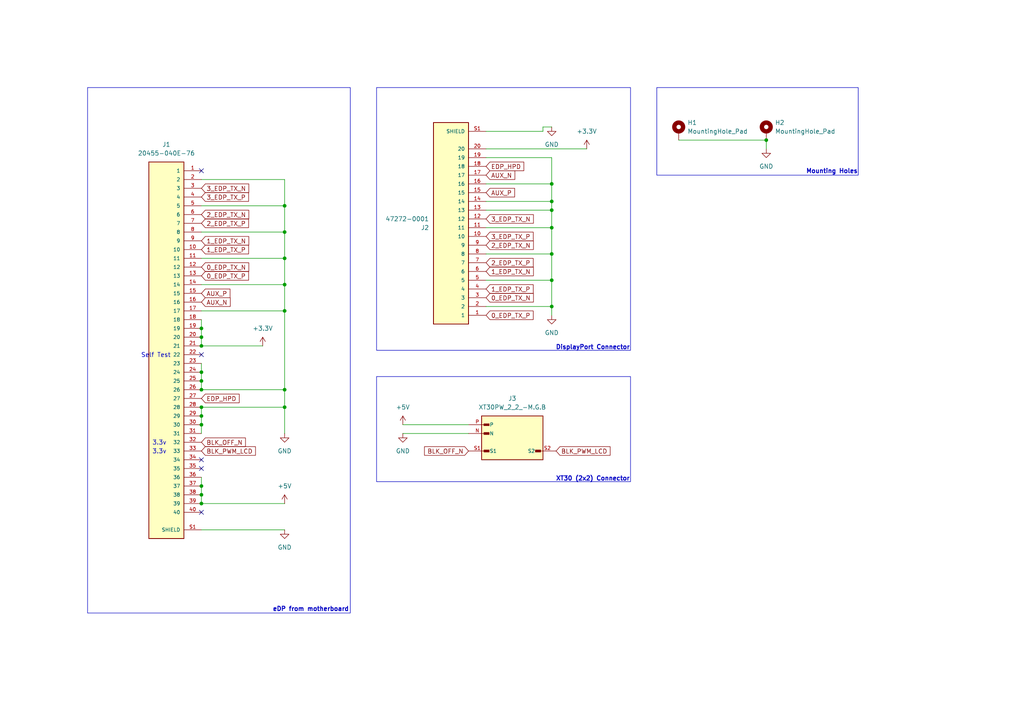
<source format=kicad_sch>
(kicad_sch (version 20250114) (generator "eeschema") (generator_version "9.0")
  (paper "A4")
  (title_block (title "Source: eDP to DP"))
  (lib_symbols
    (symbol "20455-040E-76:20455-040E-76" (pin_names (offset 1.016))
      (property "Reference" "J" (at -5.08 54.102 0))
      (property "Value" "20455-040E-76" (at -5.08 -58.42 0))
      (symbol "20455-040E-76_0_0"
        (rectangle (start -5.08 -55.88) (end 5.08 53.34) (stroke (width 0.254)) (fill (type background)))
        (pin passive line (at -10.16 50.8 0) (length 5.08) (name "1") (number "1"))
        (pin passive line (at -10.16 48.26 0) (length 5.08) (name "2") (number "2"))
        (pin passive line (at -10.16 45.72 0) (length 5.08) (name "3") (number "3"))
        (pin passive line (at -10.16 43.18 0) (length 5.08) (name "4") (number "4"))
        (pin passive line (at -10.16 40.64 0) (length 5.08) (name "5") (number "5"))
        (pin passive line (at -10.16 38.1 0) (length 5.08) (name "6") (number "6"))
        (pin passive line (at -10.16 35.56 0) (length 5.08) (name "7") (number "7"))
        (pin passive line (at -10.16 33.02 0) (length 5.08) (name "8") (number "8"))
        (pin passive line (at -10.16 30.48 0) (length 5.08) (name "9") (number "9"))
        (pin passive line (at -10.16 27.94 0) (length 5.08) (name "10") (number "10"))
        (pin passive line (at -10.16 25.4 0) (length 5.08) (name "11") (number "11"))
        (pin passive line (at -10.16 22.86 0) (length 5.08) (name "12") (number "12"))
        (pin passive line (at -10.16 20.32 0) (length 5.08) (name "13") (number "13"))
        (pin passive line (at -10.16 17.78 0) (length 5.08) (name "14") (number "14"))
        (pin passive line (at -10.16 15.24 0) (length 5.08) (name "15") (number "15"))
        (pin passive line (at -10.16 12.7 0) (length 5.08) (name "16") (number "16"))
        (pin passive line (at -10.16 10.16 0) (length 5.08) (name "17") (number "17"))
        (pin passive line (at -10.16 7.62 0) (length 5.08) (name "18") (number "18"))
        (pin passive line (at -10.16 5.08 0) (length 5.08) (name "19") (number "19"))
        (pin passive line (at -10.16 2.54 0) (length 5.08) (name "20") (number "20"))
        (pin passive line (at -10.16 0 0) (length 5.08) (name "21") (number "21"))
        (pin passive line (at -10.16 -2.54 0) (length 5.08) (name "22") (number "22"))
        (pin passive line (at -10.16 -5.08 0) (length 5.08) (name "23") (number "23"))
        (pin passive line (at -10.16 -7.62 0) (length 5.08) (name "24") (number "24"))
        (pin passive line (at -10.16 -10.16 0) (length 5.08) (name "25") (number "25"))
        (pin passive line (at -10.16 -12.7 0) (length 5.08) (name "26") (number "26"))
        (pin passive line (at -10.16 -15.24 0) (length 5.08) (name "27") (number "27"))
        (pin passive line (at -10.16 -17.78 0) (length 5.08) (name "28") (number "28"))
        (pin passive line (at -10.16 -20.32 0) (length 5.08) (name "29") (number "29"))
        (pin passive line (at -10.16 -22.86 0) (length 5.08) (name "30") (number "30"))
        (pin passive line (at -10.16 -25.4 0) (length 5.08) (name "31") (number "31"))
        (pin passive line (at -10.16 -27.94 0) (length 5.08) (name "32") (number "32"))
        (pin passive line (at -10.16 -30.48 0) (length 5.08) (name "33") (number "33"))
        (pin passive line (at -10.16 -33.02 0) (length 5.08) (name "34") (number "34"))
        (pin passive line (at -10.16 -35.56 0) (length 5.08) (name "35") (number "35"))
        (pin passive line (at -10.16 -38.1 0) (length 5.08) (name "36") (number "36"))
        (pin passive line (at -10.16 -40.64 0) (length 5.08) (name "37") (number "37"))
        (pin passive line (at -10.16 -43.18 0) (length 5.08) (name "38") (number "38"))
        (pin passive line (at -10.16 -45.72 0) (length 5.08) (name "39") (number "39"))
        (pin passive line (at -10.16 -48.26 0) (length 5.08) (name "40") (number "40"))
        (pin passive line (at -10.16 -53.34 0) (length 5.08) (name "SHIELD") (number "S1"))
        (pin passive line (at -10.16 -53.34 0) (length 5.08) (hide yes) (name "SHIELD") (number "S2"))
        (pin passive line (at -10.16 -53.34 0) (length 5.08) (hide yes) (name "SHIELD") (number "S3"))
        (pin passive line (at -10.16 -53.34 0) (length 5.08) (hide yes) (name "SHIELD") (number "S4"))
      )
    )
    (symbol "47272-0001:47272-0001" (pin_names (offset 1.016))
      (property "Reference" "J" (at -5.08 28.448 0))
      (property "Value" "47272-0001" (at -5.08 -33.02 0))
      (symbol "47272-0001_0_0"
        (rectangle (start -5.08 -30.48) (end 5.08 27.94) (stroke (width 0.254)) (fill (type background)))
        (pin passive line (at -10.16 25.4 0) (length 5.08) (name "1") (number "1"))
        (pin passive line (at -10.16 22.86 0) (length 5.08) (name "2") (number "2"))
        (pin passive line (at -10.16 20.32 0) (length 5.08) (name "3") (number "3"))
        (pin passive line (at -10.16 17.78 0) (length 5.08) (name "4") (number "4"))
        (pin passive line (at -10.16 15.24 0) (length 5.08) (name "5") (number "5"))
        (pin passive line (at -10.16 12.7 0) (length 5.08) (name "6") (number "6"))
        (pin passive line (at -10.16 10.16 0) (length 5.08) (name "7") (number "7"))
        (pin passive line (at -10.16 7.62 0) (length 5.08) (name "8") (number "8"))
        (pin passive line (at -10.16 5.08 0) (length 5.08) (name "9") (number "9"))
        (pin passive line (at -10.16 2.54 0) (length 5.08) (name "10") (number "10"))
        (pin passive line (at -10.16 0 0) (length 5.08) (name "11") (number "11"))
        (pin passive line (at -10.16 -2.54 0) (length 5.08) (name "12") (number "12"))
        (pin passive line (at -10.16 -5.08 0) (length 5.08) (name "13") (number "13"))
        (pin passive line (at -10.16 -7.62 0) (length 5.08) (name "14") (number "14"))
        (pin passive line (at -10.16 -10.16 0) (length 5.08) (name "15") (number "15"))
        (pin passive line (at -10.16 -12.7 0) (length 5.08) (name "16") (number "16"))
        (pin passive line (at -10.16 -15.24 0) (length 5.08) (name "17") (number "17"))
        (pin passive line (at -10.16 -17.78 0) (length 5.08) (name "18") (number "18"))
        (pin passive line (at -10.16 -20.32 0) (length 5.08) (name "19") (number "19"))
        (pin passive line (at -10.16 -22.86 0) (length 5.08) (name "20") (number "20"))
        (pin passive line (at -10.16 -27.94 0) (length 5.08) (name "SHIELD") (number "S1"))
        (pin passive line (at -10.16 -27.94 0) (length 5.08) (hide yes) (name "SHIELD") (number "S2"))
        (pin passive line (at -10.16 -27.94 0) (length 5.08) (hide yes) (name "SHIELD") (number "S3"))
        (pin passive line (at -10.16 -27.94 0) (length 5.08) (hide yes) (name "SHIELD") (number "S4"))
      )
    )
    (symbol "Mechanical:MountingHole_Pad" (pin_numbers (hide yes)) (pin_names (offset 1.016) (hide yes)) (in_bom no)
      (property "Reference" "H" (at 0 6.35 0))
      (property "Value" "MountingHole_Pad" (at 0 4.445 0))
      (symbol "MountingHole_Pad_0_1"
        (circle (center 0 1.27) (radius 1.27) (stroke (width 1.27)))
      )
      (symbol "MountingHole_Pad_1_1"
        (pin input line (at 0 -2.54 90) (length 2.54) (name "1") (number "1"))
      )
    )
    (symbol "XT30PW_2_2_-M.G.B:XT30PW_2_2_-M.G.B" (pin_names (offset 1.016))
      (property "Reference" "J" (at -8.89 5.842 0))
      (property "Value" "XT30PW_2_2_-M.G.B" (at -8.89 -10.16 0))
      (symbol "XT30PW_2_2_-M.G.B_0_0"
        (rectangle (start -8.89 -7.62) (end 8.89 5.08) (stroke (width 0.254)) (fill (type background)))
        (rectangle (start -8.255 2.2225) (end -6.6675 2.8575) (stroke (width 0.1)) (fill (type outline)))
        (rectangle (start -8.255 -0.3175) (end -6.6675 0.3175) (stroke (width 0.1)) (fill (type outline)))
        (rectangle (start -8.255 -5.3975) (end -6.6675 -4.7625) (stroke (width 0.1)) (fill (type outline)))
        (rectangle (start 6.6675 -5.3975) (end 8.255 -4.7625) (stroke (width 0.1)) (fill (type outline)))
        (pin power_in line (at -12.7 2.54 0) (length 5.08) (name "P") (number "P"))
        (pin power_in line (at -12.7 0 0) (length 5.08) (name "N") (number "N"))
        (pin passive line (at -12.7 -5.08 0) (length 5.08) (name "S1") (number "S1"))
        (pin passive line (at 12.7 -5.08 180) (length 5.08) (name "S2") (number "S2"))
      )
    )
    (symbol "power:+3.3V" (power) (pin_numbers (hide yes)) (pin_names (offset 0) (hide yes))
      (property "Value" "+3.3V" (at 0 3.556 0))
      (symbol "+3.3V_0_1"
        (polyline (pts (xy -0.762 1.27) (xy 0 2.54)))
        (polyline (pts (xy 0 2.54) (xy 0.762 1.27)))
        (polyline (pts (xy 0 0) (xy 0 2.54)))
      )
      (symbol "+3.3V_1_1"
        (pin power_in line (at 0 0 90) (length 0) (name "~") (number "1"))
      )
    )
    (symbol "power:+5V" (power) (pin_numbers (hide yes)) (pin_names (offset 0) (hide yes))
      (property "Value" "+5V" (at 0 3.556 0))
      (symbol "+5V_0_1"
        (polyline (pts (xy -0.762 1.27) (xy 0 2.54)))
        (polyline (pts (xy 0 2.54) (xy 0.762 1.27)))
        (polyline (pts (xy 0 0) (xy 0 2.54)))
      )
      (symbol "+5V_1_1"
        (pin power_in line (at 0 0 90) (length 0) (name "~") (number "1"))
      )
    )
    (symbol "power:GND" (power) (pin_numbers (hide yes)) (pin_names (offset 0) (hide yes))
      (property "Value" "GND" (at 0 -3.81 0))
      (symbol "GND_0_1"
        (polyline (pts (xy 0 0) (xy 0 -1.27) (xy 1.27 -1.27) (xy 0 -2.54) (xy -1.27 -1.27) (xy 0 -1.27)))
      )
      (symbol "GND_1_1"
        (pin power_in line (at 0 0 270) (length 0) (name "~") (number "1"))
      )
    )
  )
  (rectangle (start 109.22 109.22) (end 182.88 139.7))
  (rectangle (start 109.22 25.4) (end 182.88 101.6))
  (rectangle (start 190.5 25.4) (end 248.92 50.8))
  (rectangle (start 25.4 25.4) (end 101.6 177.8))
  (text "3.3v" (at 46.228 128.524 0) (effects (font (size 1.27 1.27))))
  (text "eDP from motherboard" (at 90.17 176.784 0) (effects (font (size 1.27 1.27) (thickness 0.254) (bold yes))))
  (text "DisplayPort Connector" (at 171.958 100.838 0) (effects (font (size 1.27 1.27) (thickness 0.254) (bold yes))))
  (text "3.3v" (at 46.228 131.064 0) (effects (font (size 1.27 1.27))))
  (text "Mounting Holes" (at 241.3 49.784 0) (effects (font (size 1.27 1.27) (thickness 0.254) (bold yes))))
  (text "XT30 (2x2) Connector" (at 171.958 138.938 0) (effects (font (size 1.27 1.27) (thickness 0.254) (bold yes))))
  (text "Self Test" (at 45.212 103.124 0) (effects (font (size 1.27 1.27))))
  (junction (at 222.25 40.64))
  (junction (at 58.42 100.33))
  (junction (at 58.42 140.97))
  (junction (at 58.42 110.49))
  (junction (at 82.55 74.93))
  (junction (at 160.02 53.34))
  (junction (at 82.55 82.55))
  (junction (at 160.02 88.9))
  (junction (at 58.42 97.79))
  (junction (at 58.42 95.25))
  (junction (at 160.02 66.04))
  (junction (at 160.02 81.28))
  (junction (at 82.55 118.11))
  (junction (at 160.02 73.66))
  (junction (at 58.42 113.03))
  (junction (at 82.55 113.03))
  (junction (at 58.42 118.11))
  (junction (at 58.42 123.19))
  (junction (at 160.02 58.42))
  (junction (at 58.42 120.65))
  (junction (at 58.42 143.51))
  (junction (at 82.55 90.17))
  (junction (at 58.42 146.05))
  (junction (at 160.02 60.96))
  (junction (at 58.42 107.95))
  (junction (at 82.55 59.69))
  (junction (at 82.55 67.31))
  (no_connect (at 58.42 133.35))
  (no_connect (at 58.42 148.59))
  (no_connect (at 58.42 49.53))
  (no_connect (at 58.42 102.87))
  (no_connect (at 58.42 135.89))
  (wire (pts (xy 58.42 92.71) (xy 58.42 95.25)))
  (wire (pts (xy 157.48 36.83) (xy 157.48 38.1)))
  (wire (pts (xy 82.55 74.93) (xy 58.42 74.93)))
  (wire (pts (xy 58.42 100.33) (xy 76.2 100.33)))
  (wire (pts (xy 160.02 66.04) (xy 160.02 73.66)))
  (wire (pts (xy 82.55 59.69) (xy 82.55 67.31)))
  (wire (pts (xy 82.55 74.93) (xy 82.55 82.55)))
  (wire (pts (xy 58.42 140.97) (xy 58.42 143.51)))
  (wire (pts (xy 82.55 90.17) (xy 82.55 113.03)))
  (wire (pts (xy 140.97 53.34) (xy 160.02 53.34)))
  (wire (pts (xy 82.55 82.55) (xy 58.42 82.55)))
  (wire (pts (xy 157.48 38.1) (xy 140.97 38.1)))
  (wire (pts (xy 160.02 45.72) (xy 160.02 53.34)))
  (wire (pts (xy 116.84 125.73) (xy 135.89 125.73)))
  (wire (pts (xy 160.02 88.9) (xy 160.02 91.44)))
  (wire (pts (xy 140.97 60.96) (xy 160.02 60.96)))
  (wire (pts (xy 116.84 123.19) (xy 135.89 123.19)))
  (wire (pts (xy 82.55 67.31) (xy 82.55 74.93)))
  (wire (pts (xy 82.55 153.67) (xy 58.42 153.67)))
  (wire (pts (xy 160.02 73.66) (xy 160.02 81.28)))
  (wire (pts (xy 58.42 123.19) (xy 58.42 125.73)))
  (wire (pts (xy 82.55 113.03) (xy 58.42 113.03)))
  (wire (pts (xy 140.97 58.42) (xy 160.02 58.42)))
  (wire (pts (xy 58.42 120.65) (xy 58.42 123.19)))
  (wire (pts (xy 82.55 52.07) (xy 58.42 52.07)))
  (wire (pts (xy 82.55 118.11) (xy 82.55 125.73)))
  (wire (pts (xy 82.55 113.03) (xy 82.55 118.11)))
  (wire (pts (xy 58.42 105.41) (xy 58.42 107.95)))
  (wire (pts (xy 140.97 88.9) (xy 160.02 88.9)))
  (wire (pts (xy 58.42 143.51) (xy 58.42 146.05)))
  (wire (pts (xy 140.97 45.72) (xy 160.02 45.72)))
  (wire (pts (xy 58.42 138.43) (xy 58.42 140.97)))
  (wire (pts (xy 82.55 82.55) (xy 82.55 90.17)))
  (wire (pts (xy 140.97 81.28) (xy 160.02 81.28)))
  (wire (pts (xy 160.02 81.28) (xy 160.02 88.9)))
  (wire (pts (xy 160.02 58.42) (xy 160.02 60.96)))
  (wire (pts (xy 58.42 110.49) (xy 58.42 113.03)))
  (wire (pts (xy 222.25 40.64) (xy 222.25 43.18)))
  (wire (pts (xy 196.85 40.64) (xy 222.25 40.64)))
  (wire (pts (xy 58.42 146.05) (xy 82.55 146.05)))
  (wire (pts (xy 82.55 90.17) (xy 58.42 90.17)))
  (wire (pts (xy 170.18 43.18) (xy 140.97 43.18)))
  (wire (pts (xy 160.02 60.96) (xy 160.02 66.04)))
  (wire (pts (xy 58.42 118.11) (xy 82.55 118.11)))
  (wire (pts (xy 82.55 59.69) (xy 58.42 59.69)))
  (wire (pts (xy 58.42 107.95) (xy 58.42 110.49)))
  (wire (pts (xy 58.42 118.11) (xy 58.42 120.65)))
  (wire (pts (xy 160.02 36.83) (xy 157.48 36.83)))
  (wire (pts (xy 140.97 66.04) (xy 160.02 66.04)))
  (wire (pts (xy 58.42 97.79) (xy 58.42 100.33)))
  (wire (pts (xy 160.02 53.34) (xy 160.02 58.42)))
  (wire (pts (xy 82.55 67.31) (xy 58.42 67.31)))
  (wire (pts (xy 58.42 95.25) (xy 58.42 97.79)))
  (wire (pts (xy 82.55 52.07) (xy 82.55 59.69)))
  (wire (pts (xy 140.97 73.66) (xy 160.02 73.66)))
  (global_label "BLK_PWM_LCD" (shape input) (at 161.29 130.81 0) (property "Intersheetrefs" "${INTERSHEET_REFS}" (effects (hide yes))))
  (global_label "3_EDP_TX_N" (shape input) (at 58.42 54.61 0) (property "Intersheetrefs" "${INTERSHEET_REFS}" (effects (hide yes))))
  (global_label "2_EDP_TX_N" (shape input) (at 58.42 62.23 0) (property "Intersheetrefs" "${INTERSHEET_REFS}" (effects (hide yes))))
  (global_label "3_EDP_TX_P" (shape input) (at 140.97 68.58 0) (property "Intersheetrefs" "${INTERSHEET_REFS}" (effects (hide yes))))
  (global_label "1_EDP_TX_N" (shape input) (at 58.42 69.85 0) (property "Intersheetrefs" "${INTERSHEET_REFS}" (effects (hide yes))))
  (global_label "EDP_HPD" (shape input) (at 58.42 115.57 0) (property "Intersheetrefs" "${INTERSHEET_REFS}" (effects (hide yes))))
  (global_label "0_EDP_TX_P" (shape input) (at 140.97 91.44 0) (property "Intersheetrefs" "${INTERSHEET_REFS}" (effects (hide yes))))
  (global_label "AUX_N" (shape input) (at 58.42 87.63 0) (property "Intersheetrefs" "${INTERSHEET_REFS}" (effects (hide yes))))
  (global_label "1_EDP_TX_P" (shape input) (at 140.97 83.82 0) (property "Intersheetrefs" "${INTERSHEET_REFS}" (effects (hide yes))))
  (global_label "EDP_HPD" (shape input) (at 140.97 48.26 0) (property "Intersheetrefs" "${INTERSHEET_REFS}" (effects (hide yes))))
  (global_label "BLK_OFF_N" (shape input) (at 135.89 130.81 180) (property "Intersheetrefs" "${INTERSHEET_REFS}" (effects (hide yes))))
  (global_label "0_EDP_TX_N" (shape input) (at 140.97 86.36 0) (property "Intersheetrefs" "${INTERSHEET_REFS}" (effects (hide yes))))
  (global_label "0_EDP_TX_N" (shape input) (at 58.42 77.47 0) (property "Intersheetrefs" "${INTERSHEET_REFS}" (effects (hide yes))))
  (global_label "AUX_P" (shape input) (at 58.42 85.09 0) (property "Intersheetrefs" "${INTERSHEET_REFS}" (effects (hide yes))))
  (global_label "2_EDP_TX_P" (shape input) (at 58.42 64.77 0) (property "Intersheetrefs" "${INTERSHEET_REFS}" (effects (hide yes))))
  (global_label "BLK_PWM_LCD" (shape input) (at 58.42 130.81 0) (property "Intersheetrefs" "${INTERSHEET_REFS}" (effects (hide yes))))
  (global_label "AUX_N" (shape input) (at 140.97 50.8 0) (property "Intersheetrefs" "${INTERSHEET_REFS}" (effects (hide yes))))
  (global_label "2_EDP_TX_P" (shape input) (at 140.97 76.2 0) (property "Intersheetrefs" "${INTERSHEET_REFS}" (effects (hide yes))))
  (global_label "1_EDP_TX_N" (shape input) (at 140.97 78.74 0) (property "Intersheetrefs" "${INTERSHEET_REFS}" (effects (hide yes))))
  (global_label "3_EDP_TX_N" (shape input) (at 140.97 63.5 0) (property "Intersheetrefs" "${INTERSHEET_REFS}" (effects (hide yes))))
  (global_label "AUX_P" (shape input) (at 140.97 55.88 0) (property "Intersheetrefs" "${INTERSHEET_REFS}" (effects (hide yes))))
  (global_label "2_EDP_TX_N" (shape input) (at 140.97 71.12 0) (property "Intersheetrefs" "${INTERSHEET_REFS}" (effects (hide yes))))
  (global_label "1_EDP_TX_P" (shape input) (at 58.42 72.39 0) (property "Intersheetrefs" "${INTERSHEET_REFS}" (effects (hide yes))))
  (global_label "BLK_OFF_N" (shape input) (at 58.42 128.27 0) (property "Intersheetrefs" "${INTERSHEET_REFS}" (effects (hide yes))))
  (global_label "3_EDP_TX_P" (shape input) (at 58.42 57.15 0) (property "Intersheetrefs" "${INTERSHEET_REFS}" (effects (hide yes))))
  (global_label "0_EDP_TX_P" (shape input) (at 58.42 80.01 0) (property "Intersheetrefs" "${INTERSHEET_REFS}" (effects (hide yes))))
  (symbol (lib_id "Mechanical:MountingHole_Pad") (at 196.85 38.1 0) (unit 1) (in_bom no)
    (property "Reference" "H1" (at 199.39 35.5599 0) (effects (justify left)))
    (property "Value" "MountingHole_Pad" (at 199.39 38.0999 0) (effects (justify left)))
    (property "Footprint" "MountingHole:MountingHole_2.2mm_M2_DIN965_Pad_TopBottom" (effects (hide yes)))
    (property "Description" "Mounting Hole with connection" (effects (hide yes)))
  )
  (symbol (lib_id "power:+5V") (at 116.84 123.19 0) (unit 1)
    (property "Reference" "#PWR05" (effects (hide yes)))
    (property "Value" "+5V" (at 116.84 118.11 0))
    (property "Description" "Power symbol creates a global label with name \"+5V\"" (effects (hide yes)))
  )
  (symbol (lib_id "Mechanical:MountingHole_Pad") (at 222.25 38.1 0) (unit 1) (in_bom no)
    (property "Reference" "H2" (at 224.79 35.5599 0) (effects (justify left)))
    (property "Value" "MountingHole_Pad" (at 224.79 38.0999 0) (effects (justify left)))
    (property "Footprint" "MountingHole:MountingHole_2.2mm_M2_DIN965_Pad_TopBottom" (effects (hide yes)))
    (property "Description" "Mounting Hole with connection" (effects (hide yes)))
  )
  (symbol (lib_id "XT30PW_2_2_-M.G.B:XT30PW_2_2_-M.G.B") (at 148.59 125.73 0) (unit 1)
    (property "Reference" "J3" (at 148.59 115.57 0))
    (property "Value" "XT30PW_2_2_-M.G.B" (at 148.59 118.11 0))
    (property "Footprint" "SnapEDA:AMASS_XT30PW_2_2_-M.G.B" (effects (hide yes)))
    (property "MF" "AMASS" (effects (hide yes)))
    (property "MAXIMUM_PACKAGE_HEIGHT" "5.2mm" (effects (hide yes)))
    (property "CREATOR" "ANA" (effects (hide yes)))
    (property "Price" "None" (effects (hide yes)))
    (property "Package" "None" (effects (hide yes)))
    (property "Check_prices" "https://www.snapeda.com/parts/XT30PW(2+2)-M.G.B/AMASS/view-part/?ref=eda" (effects (hide yes)))
    (property "STANDARD" "Manufacturer Recommendations" (effects (hide yes)))
    (property "PARTREV" "NA" (effects (hide yes)))
    (property "SnapEDA_Link" "https://www.snapeda.com/parts/XT30PW(2+2)-M.G.B/AMASS/view-part/?ref=snap" (effects (hide yes)))
    (property "MP" "XT30PW(2+2)-M.G.B" (effects (hide yes)))
    (property "Description_1" "Industrial Control Plug" (effects (hide yes)))
    (property "Availability" "Not in stock" (effects (hide yes)))
    (property "MANUFACTURER" "AMASS" (effects (hide yes)))
  )
  (symbol (lib_id "power:GND") (at 82.55 153.67 0) (unit 1)
    (property "Reference" "#PWR04" (effects (hide yes)))
    (property "Value" "GND" (at 82.55 158.75 0))
    (property "Description" "Power symbol creates a global label with name \"GND\" , ground" (effects (hide yes)))
  )
  (symbol (lib_id "power:+5V") (at 82.55 146.05 0) (unit 1)
    (property "Reference" "#PWR03" (effects (hide yes)))
    (property "Value" "+5V" (at 82.55 140.97 0))
    (property "Description" "Power symbol creates a global label with name \"+5V\"" (effects (hide yes)))
  )
  (symbol (lib_id "power:GND") (at 160.02 91.44 0) (unit 1)
    (property "Reference" "#PWR09" (effects (hide yes)))
    (property "Value" "GND" (at 160.02 96.52 0))
    (property "Description" "Power symbol creates a global label with name \"GND\" , ground" (effects (hide yes)))
  )
  (symbol (lib_id "47272-0001:47272-0001") (at 130.81 66.04 180) (unit 1)
    (property "Reference" "J2" (at 124.46 66.0401 0) (effects (justify left)))
    (property "Value" "47272-0001" (at 124.46 63.5001 0) (effects (justify left)))
    (property "Footprint" "SnapEDA:MOLEX_47272-0001" (effects (hide yes)))
    (property "MF" "Molex" (effects (hide yes)))
    (property "DESCRIPTION" "Conn Display Port RCP 20 POS 0.5mm Solder RA SMD 20 Terminal 1 Port DisplayPort T/R" (effects (hide yes)))
    (property "PACKAGE" "None" (effects (hide yes)))
    (property "PRICE" "None" (effects (hide yes)))
    (property "Package" "None" (effects (hide yes)))
    (property "Check_prices" "https://www.snapeda.com/parts/472720001/Molex/view-part/?ref=eda" (effects (hide yes)))
    (property "Price" "None" (effects (hide yes)))
    (property "SnapEDA_Link" "https://www.snapeda.com/parts/472720001/Molex/view-part/?ref=snap" (effects (hide yes)))
    (property "MP" "472720001" (effects (hide yes)))
    (property "Availability" "In Stock" (effects (hide yes)))
    (property "AVAILABILITY" "Unavailable" (effects (hide yes)))
    (property "Description_1" "DisplayPort - Receptacle Connector 20 Position Surface Mount, Right Angle; Through Hole" (effects (hide yes)))
  )
  (symbol (lib_id "20455-040E-76:20455-040E-76") (at 48.26 100.33 0) (mirror y) (unit 1)
    (property "Reference" "J1" (at 48.26 41.91 0))
    (property "Value" "20455-040E-76" (at 48.26 44.45 0))
    (property "Footprint" "SnapEDA:IPEX_20455-040E-76" (effects (hide yes)))
    (property "MF" "I-PEX" (effects (hide yes)))
    (property "Description_1" "40 POS Right Angle SMD 0.5 mm pitch, Horizontal mating type Micro-coaxial and FPC connector with mechanical lock (VESA standard connector) CABLINE-VS Receptacle" (effects (hide yes)))
    (property "Package" "None" (effects (hide yes)))
    (property "Price" "None" (effects (hide yes)))
    (property "Check_prices" "https://www.snapeda.com/parts/20455-040E-76/I-PEX/view-part/?ref=eda" (effects (hide yes)))
    (property "STANDARD" "Manufacturer Recommendations" (effects (hide yes)))
    (property "SnapEDA_Link" "https://www.snapeda.com/parts/20455-040E-76/I-PEX/view-part/?ref=snap" (effects (hide yes)))
    (property "MP" "20455-040E-76" (effects (hide yes)))
    (property "Availability" "In Stock" (effects (hide yes)))
    (property "MANUFACTURER" "I-PEX" (effects (hide yes)))
  )
  (symbol (lib_id "power:GND") (at 82.55 125.73 0) (unit 1)
    (property "Reference" "#PWR02" (effects (hide yes)))
    (property "Value" "GND" (at 82.55 130.81 0))
    (property "Description" "Power symbol creates a global label with name \"GND\" , ground" (effects (hide yes)))
  )
  (symbol (lib_id "power:GND") (at 160.02 36.83 0) (unit 1)
    (property "Reference" "#PWR08" (effects (hide yes)))
    (property "Value" "GND" (at 160.02 41.91 0))
    (property "Description" "Power symbol creates a global label with name \"GND\" , ground" (effects (hide yes)))
  )
  (symbol (lib_id "power:+3.3V") (at 170.18 43.18 0) (unit 1)
    (property "Reference" "#PWR010" (effects (hide yes)))
    (property "Value" "+3.3V" (at 170.18 38.1 0))
    (property "Description" "Power symbol creates a global label with name \"+3.3V\"" (effects (hide yes)))
  )
  (symbol (lib_id "power:+3.3V") (at 76.2 100.33 0) (unit 1)
    (property "Reference" "#PWR01" (effects (hide yes)))
    (property "Value" "+3.3V" (at 76.2 95.25 0))
    (property "Description" "Power symbol creates a global label with name \"+3.3V\"" (effects (hide yes)))
  )
  (symbol (lib_id "power:GND") (at 222.25 43.18 0) (unit 1)
    (property "Reference" "#PWR07" (effects (hide yes)))
    (property "Value" "GND" (at 222.25 48.26 0))
    (property "Description" "Power symbol creates a global label with name \"GND\" , ground" (effects (hide yes)))
  )
  (symbol (lib_id "power:GND") (at 116.84 125.73 0) (unit 1)
    (property "Reference" "#PWR06" (effects (hide yes)))
    (property "Value" "GND" (at 116.84 130.81 0))
    (property "Description" "Power symbol creates a global label with name \"GND\" , ground" (effects (hide yes)))
  )
)
</source>
